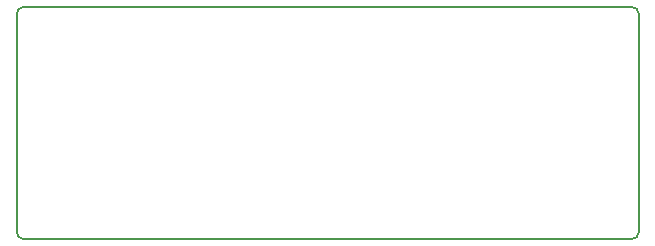
<source format=gm1>
G04 #@! TF.FileFunction,Profile,NP*
%FSLAX46Y46*%
G04 Gerber Fmt 4.6, Leading zero omitted, Abs format (unit mm)*
G04 Created by KiCad (PCBNEW 4.0.7) date 04/07/18 18:37:48*
%MOMM*%
%LPD*%
G01*
G04 APERTURE LIST*
%ADD10C,0.100000*%
%ADD11C,0.150000*%
G04 APERTURE END LIST*
D10*
D11*
X172720000Y-81915000D02*
G75*
G03X172085000Y-81280000I-635000J0D01*
G01*
X172085000Y-100965000D02*
G75*
G03X172720000Y-100330000I0J635000D01*
G01*
X120015000Y-100330000D02*
G75*
G03X120650000Y-100965000I635000J0D01*
G01*
X120650000Y-81280000D02*
G75*
G03X120015000Y-81915000I0J-635000D01*
G01*
X120015000Y-100330000D02*
X120015000Y-81915000D01*
X172085000Y-100965000D02*
X120650000Y-100965000D01*
X172720000Y-81915000D02*
X172720000Y-100330000D01*
X120650000Y-81280000D02*
X172085000Y-81280000D01*
M02*

</source>
